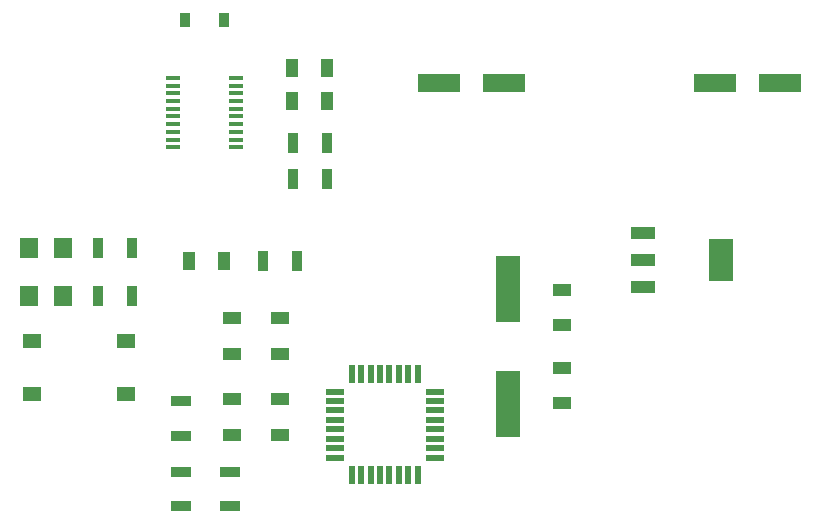
<source format=gbr>
G04 #@! TF.FileFunction,Paste,Top*
%FSLAX46Y46*%
G04 Gerber Fmt 4.6, Leading zero omitted, Abs format (unit mm)*
G04 Created by KiCad (PCBNEW 4.0.6) date Fri Sep  8 15:32:28 2017*
%MOMM*%
%LPD*%
G01*
G04 APERTURE LIST*
%ADD10C,0.100000*%
%ADD11R,1.600000X1.000000*%
%ADD12R,1.000000X1.600000*%
%ADD13R,3.599180X1.600200*%
%ADD14R,1.597660X1.800860*%
%ADD15R,1.600000X0.550000*%
%ADD16R,0.550000X1.600000*%
%ADD17R,1.700000X0.900000*%
%ADD18R,0.900000X1.700000*%
%ADD19R,1.270000X0.406400*%
%ADD20R,2.100580X5.600700*%
%ADD21R,1.550000X1.300000*%
%ADD22R,2.032000X3.657600*%
%ADD23R,2.032000X1.016000*%
%ADD24R,0.900000X1.200000*%
G04 APERTURE END LIST*
D10*
D11*
X66040000Y-85701000D03*
X66040000Y-82701000D03*
D12*
X61317000Y-70993000D03*
X58317000Y-70993000D03*
D11*
X61976000Y-82701000D03*
X61976000Y-85701000D03*
X61976000Y-78843000D03*
X61976000Y-75843000D03*
X89916000Y-83034000D03*
X89916000Y-80034000D03*
X89916000Y-73430000D03*
X89916000Y-76430000D03*
D12*
X70080000Y-54610000D03*
X67080000Y-54610000D03*
X70080000Y-57404000D03*
X67080000Y-57404000D03*
D11*
X66040000Y-78843000D03*
X66040000Y-75843000D03*
D13*
X102913180Y-55880000D03*
X108414820Y-55880000D03*
X79545180Y-55880000D03*
X85046820Y-55880000D03*
D14*
X44808140Y-73914000D03*
X47647860Y-73914000D03*
X44808140Y-69850000D03*
X47647860Y-69850000D03*
D15*
X79180000Y-87636000D03*
X79180000Y-86836000D03*
X79180000Y-86036000D03*
X79180000Y-85236000D03*
X79180000Y-84436000D03*
X79180000Y-83636000D03*
X79180000Y-82836000D03*
X79180000Y-82036000D03*
D16*
X77730000Y-80586000D03*
X76930000Y-80586000D03*
X76130000Y-80586000D03*
X75330000Y-80586000D03*
X74530000Y-80586000D03*
X73730000Y-80586000D03*
X72930000Y-80586000D03*
X72130000Y-80586000D03*
D15*
X70680000Y-82036000D03*
X70680000Y-82836000D03*
X70680000Y-83636000D03*
X70680000Y-84436000D03*
X70680000Y-85236000D03*
X70680000Y-86036000D03*
X70680000Y-86836000D03*
X70680000Y-87636000D03*
D16*
X72130000Y-89086000D03*
X72930000Y-89086000D03*
X73730000Y-89086000D03*
X74530000Y-89086000D03*
X75330000Y-89086000D03*
X76130000Y-89086000D03*
X76930000Y-89086000D03*
X77730000Y-89086000D03*
D17*
X57658000Y-85778000D03*
X57658000Y-82878000D03*
X61849000Y-88847000D03*
X61849000Y-91747000D03*
X57658000Y-88847000D03*
X57658000Y-91747000D03*
D18*
X50620000Y-73914000D03*
X53520000Y-73914000D03*
X50620000Y-69850000D03*
X53520000Y-69850000D03*
X67130000Y-64008000D03*
X70030000Y-64008000D03*
X67130000Y-60960000D03*
X70030000Y-60960000D03*
X67490000Y-70993000D03*
X64590000Y-70993000D03*
D19*
X57023000Y-55499000D03*
X57023000Y-56134000D03*
X57023000Y-56794400D03*
X57023000Y-57454800D03*
X57023000Y-58089800D03*
X57023000Y-58750200D03*
X57023000Y-59410600D03*
X57023000Y-60045600D03*
X57023000Y-60706000D03*
X57023000Y-61341000D03*
X62357000Y-61341000D03*
X62357000Y-60706000D03*
X62357000Y-60045600D03*
X62357000Y-59410600D03*
X62357000Y-58750200D03*
X62357000Y-58089800D03*
X62357000Y-57454800D03*
X62357000Y-56794400D03*
X62357000Y-56134000D03*
X62357000Y-55499000D03*
D20*
X85344000Y-73383140D03*
X85344000Y-83080860D03*
D21*
X45047000Y-82260000D03*
X45047000Y-77760000D03*
X52997000Y-77760000D03*
X52997000Y-82260000D03*
D22*
X103378000Y-70866000D03*
D23*
X96774000Y-70866000D03*
X96774000Y-73152000D03*
X96774000Y-68580000D03*
D24*
X61340000Y-50546000D03*
X58040000Y-50546000D03*
M02*

</source>
